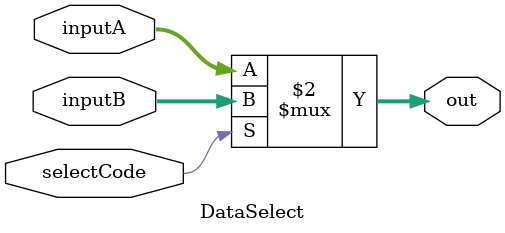
<source format=v>
`timescale 1ns / 1ps
module DataSelect(
    input [32:1] inputA,inputB,
    input selectCode,
    output [32:1] out
    );

    assign out = (selectCode==0) ? inputA : inputB;

endmodule
</source>
